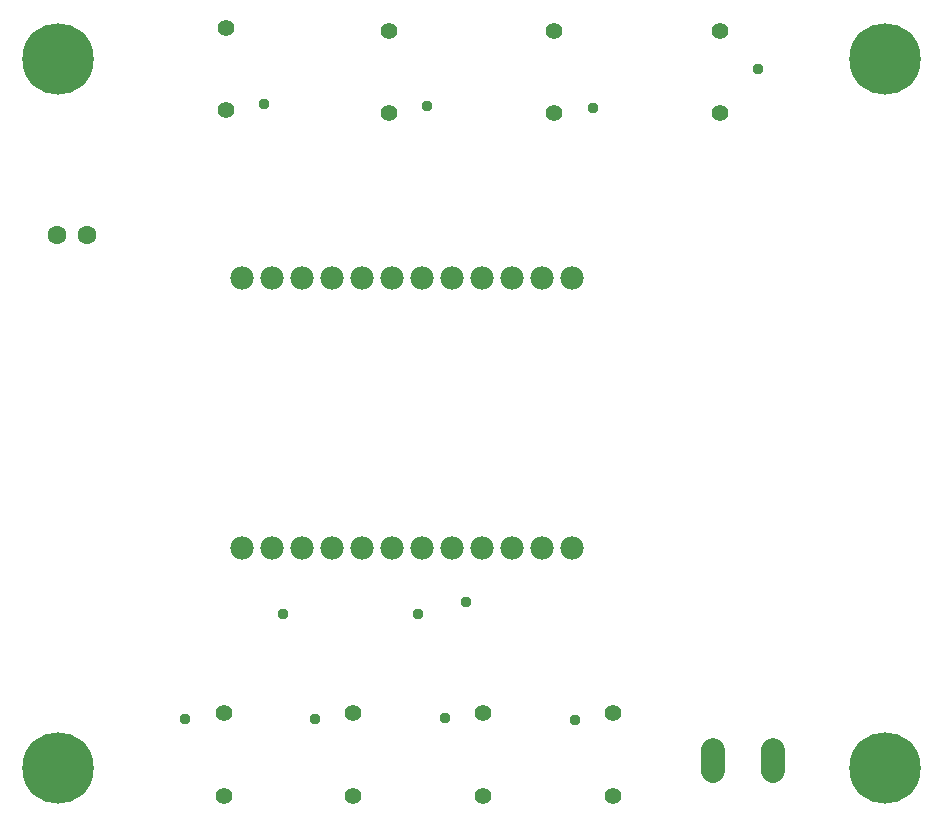
<source format=gbr>
G04 EAGLE Gerber RS-274X export*
G75*
%MOMM*%
%FSLAX34Y34*%
%LPD*%
%INSoldermask Bottom*%
%IPPOS*%
%AMOC8*
5,1,8,0,0,1.08239X$1,22.5*%
G01*
%ADD10C,1.603200*%
%ADD11C,1.983200*%
%ADD12C,6.045200*%
%ADD13C,1.403200*%
%ADD14C,1.993900*%
%ADD15C,0.959600*%


D10*
X49300Y501000D03*
X74700Y501000D03*
D11*
X484900Y236100D03*
X459500Y236100D03*
X434100Y236100D03*
X408700Y236100D03*
X383300Y236100D03*
X357900Y236100D03*
X332500Y236100D03*
X307100Y236100D03*
X281700Y236100D03*
X256300Y236100D03*
X230900Y236100D03*
X205500Y236100D03*
X484900Y464700D03*
X459500Y464700D03*
X434100Y464700D03*
X408700Y464700D03*
X383300Y464700D03*
X357900Y464700D03*
X332500Y464700D03*
X307100Y464700D03*
X281700Y464700D03*
X256300Y464700D03*
X230900Y464700D03*
X205500Y464700D03*
D12*
X50000Y50000D03*
X50000Y650000D03*
X750000Y50000D03*
X750000Y650000D03*
D13*
X191930Y676540D03*
X191930Y606540D03*
X330000Y674000D03*
X330000Y604000D03*
X470000Y674000D03*
X470000Y604000D03*
X610000Y674000D03*
X610000Y604000D03*
X190000Y26000D03*
X190000Y96000D03*
X300000Y26000D03*
X300000Y96000D03*
X410000Y26000D03*
X410000Y96000D03*
X520000Y26000D03*
X520000Y96000D03*
D14*
X655400Y65304D02*
X655400Y47397D01*
X604600Y47397D02*
X604600Y65304D01*
D15*
X28000Y650000D03*
X34472Y665405D03*
X49941Y671722D03*
X65346Y665251D03*
X71663Y649781D03*
X65191Y634376D03*
X49722Y628059D03*
X34317Y634531D03*
X728000Y50000D03*
X734472Y65405D03*
X749941Y71722D03*
X765346Y65251D03*
X771663Y49781D03*
X765191Y34376D03*
X749722Y28059D03*
X734317Y34531D03*
X28000Y50000D03*
X34472Y65405D03*
X49941Y71722D03*
X65346Y65251D03*
X71663Y49781D03*
X65191Y34376D03*
X49722Y28059D03*
X34317Y34531D03*
X728000Y650000D03*
X734472Y665405D03*
X749941Y671722D03*
X765346Y665251D03*
X771663Y649781D03*
X765191Y634376D03*
X749722Y628059D03*
X734317Y634531D03*
X240000Y180000D03*
X355000Y180000D03*
X395000Y190000D03*
X224430Y612000D03*
X362500Y610000D03*
X502500Y609000D03*
X642500Y642000D03*
X157500Y91000D03*
X267500Y91000D03*
X377500Y92000D03*
X487500Y90000D03*
M02*

</source>
